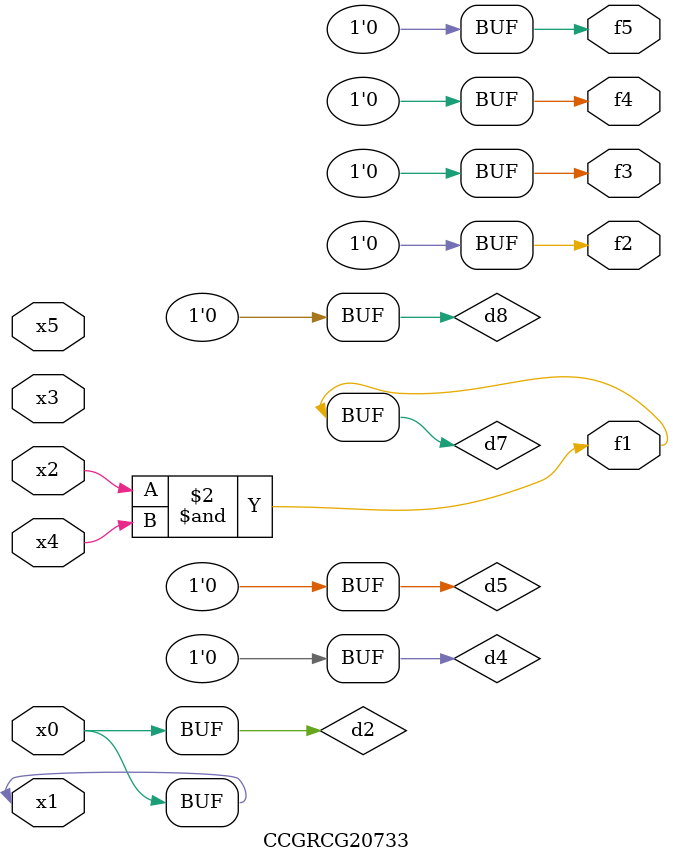
<source format=v>
module CCGRCG20733(
	input x0, x1, x2, x3, x4, x5,
	output f1, f2, f3, f4, f5
);

	wire d1, d2, d3, d4, d5, d6, d7, d8, d9;

	nand (d1, x1);
	buf (d2, x0, x1);
	nand (d3, x2, x4);
	and (d4, d1, d2);
	and (d5, d1, d2);
	nand (d6, d1, d3);
	not (d7, d3);
	xor (d8, d5);
	nor (d9, d5, d6);
	assign f1 = d7;
	assign f2 = d8;
	assign f3 = d8;
	assign f4 = d8;
	assign f5 = d8;
endmodule

</source>
